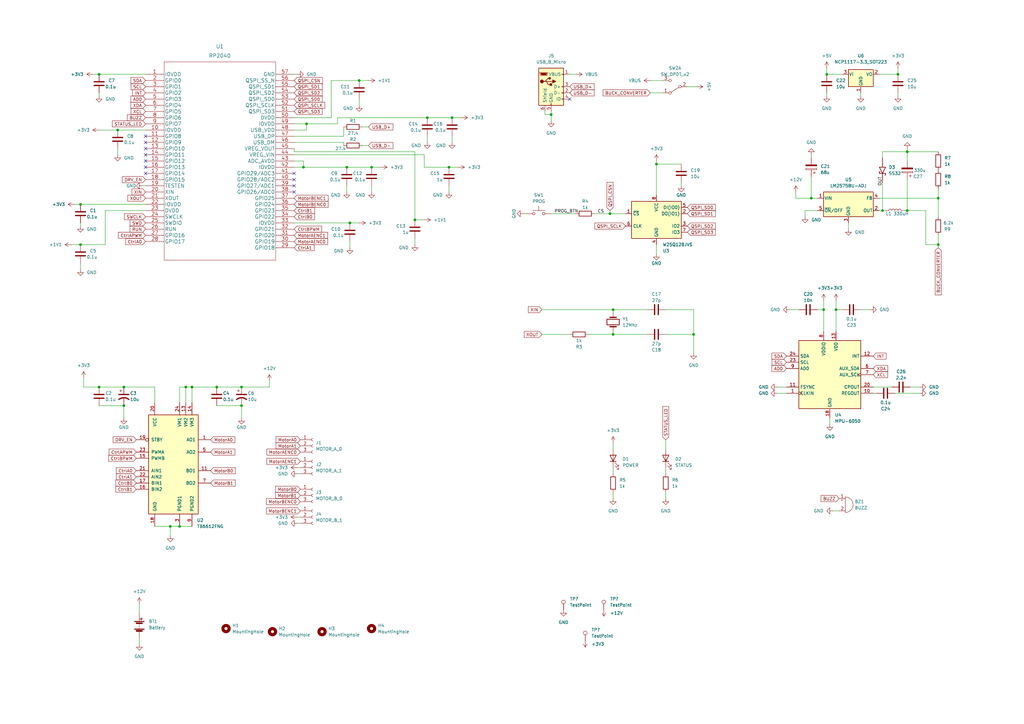
<source format=kicad_sch>
(kicad_sch (version 20211123) (generator eeschema)
  (paper "A3")
  (junction (at 337.82 127))
  (junction (at 88.9 158.75))
  (junction (at 368.3 30.48))
  (junction (at 40.64 158.75))
  (junction (at 284.48 137.16))
  (junction (at 33.02 100.33))
  (junction (at 184.15 68.58))
  (junction (at 76.2 158.75))
  (junction (at 152.4 68.58))
  (junction (at 40.64 30.48))
  (junction (at 361.95 86.36))
  (junction (at 99.06 158.75))
  (junction (at 251.46 127))
  (junction (at 142.24 68.58))
  (junction (at 69.85 215.9))
  (junction (at 372.11 86.36))
  (junction (at 125.73 50.8))
  (junction (at 269.24 67.31))
  (junction (at 124.46 68.58))
  (junction (at 78.74 158.75))
  (junction (at 147.32 33.02))
  (junction (at 33.02 83.82))
  (junction (at 372.11 62.23))
  (junction (at 342.9 127))
  (junction (at 384.81 81.28))
  (junction (at 170.18 90.17))
  (junction (at 226.06 46.99))
  (junction (at 48.26 53.34))
  (junction (at 251.46 137.16))
  (junction (at 185.42 48.26))
  (junction (at 250.19 87.63))
  (junction (at 143.51 91.44))
  (junction (at 175.26 48.26))
  (junction (at 332.74 81.28))
  (junction (at 50.8 158.75))
  (junction (at 339.09 30.48))
  (junction (at 73.66 215.9))
  (junction (at 50.8 166.37))
  (junction (at 99.06 166.37))
  (junction (at 384.81 100.33))
  (no_connect (at 233.68 40.64))
  (no_connect (at 59.69 66.04))
  (no_connect (at 59.69 68.58))
  (no_connect (at 59.69 71.12))
  (no_connect (at 120.65 73.66))
  (no_connect (at 120.65 78.74))
  (no_connect (at 120.65 76.2))
  (no_connect (at 120.65 71.12))
  (no_connect (at 59.69 63.5))
  (no_connect (at 59.69 60.96))
  (no_connect (at 59.69 55.88))
  (no_connect (at 59.69 58.42))
  (wire (pts (xy 99.06 166.37) (xy 99.06 171.45)))
  (wire (pts (xy 269.24 67.31) (xy 279.4 67.31)))
  (wire (pts (xy 43.18 100.33) (xy 33.02 100.33)))
  (wire (pts (xy 189.23 48.26) (xy 185.42 48.26)))
  (wire (pts (xy 170.18 97.79) (xy 170.18 100.33)))
  (wire (pts (xy 251.46 191.77) (xy 251.46 194.31)))
  (wire (pts (xy 223.52 45.72) (xy 223.52 46.99)))
  (wire (pts (xy 78.74 158.75) (xy 76.2 158.75)))
  (wire (pts (xy 120.65 91.44) (xy 143.51 91.44)))
  (wire (pts (xy 110.49 156.21) (xy 110.49 158.75)))
  (wire (pts (xy 34.29 154.94) (xy 34.29 158.75)))
  (wire (pts (xy 148.59 59.69) (xy 151.13 59.69)))
  (wire (pts (xy 361.95 74.93) (xy 361.95 86.36)))
  (wire (pts (xy 135.89 48.26) (xy 135.89 33.02)))
  (wire (pts (xy 318.77 161.29) (xy 322.58 161.29)))
  (wire (pts (xy 73.66 165.1) (xy 73.66 158.75)))
  (wire (pts (xy 367.03 161.29) (xy 377.19 161.29)))
  (wire (pts (xy 368.3 38.1) (xy 368.3 39.37)))
  (wire (pts (xy 342.9 127) (xy 345.44 127)))
  (wire (pts (xy 266.7 33.02) (xy 271.78 33.02)))
  (wire (pts (xy 120.65 66.04) (xy 124.46 66.04)))
  (wire (pts (xy 339.09 30.48) (xy 345.44 30.48)))
  (wire (pts (xy 48.26 53.34) (xy 59.69 53.34)))
  (wire (pts (xy 143.51 99.06) (xy 143.51 101.6)))
  (wire (pts (xy 135.89 33.02) (xy 147.32 33.02)))
  (wire (pts (xy 251.46 127) (xy 251.46 128.27)))
  (wire (pts (xy 337.82 127) (xy 337.82 135.89)))
  (wire (pts (xy 48.26 60.96) (xy 48.26 63.5)))
  (wire (pts (xy 384.81 101.6) (xy 384.81 100.33)))
  (wire (pts (xy 121.92 194.31) (xy 123.19 194.31)))
  (wire (pts (xy 326.39 78.74) (xy 326.39 81.28)))
  (wire (pts (xy 273.05 127) (xy 284.48 127)))
  (wire (pts (xy 58.42 76.2) (xy 59.69 76.2)))
  (wire (pts (xy 281.94 35.56) (xy 285.75 35.56)))
  (wire (pts (xy 360.68 81.28) (xy 384.81 81.28)))
  (wire (pts (xy 361.95 86.36) (xy 363.22 86.36)))
  (wire (pts (xy 226.06 87.63) (xy 236.22 87.63)))
  (wire (pts (xy 120.65 62.23) (xy 120.65 60.96)))
  (wire (pts (xy 273.05 137.16) (xy 284.48 137.16)))
  (wire (pts (xy 347.98 91.44) (xy 347.98 93.98)))
  (wire (pts (xy 330.2 88.9) (xy 330.2 86.36)))
  (wire (pts (xy 110.49 158.75) (xy 99.06 158.75)))
  (wire (pts (xy 40.64 30.48) (xy 38.1 30.48)))
  (wire (pts (xy 226.06 45.72) (xy 226.06 46.99)))
  (wire (pts (xy 40.64 166.37) (xy 50.8 166.37)))
  (wire (pts (xy 361.95 64.77) (xy 361.95 62.23)))
  (wire (pts (xy 223.52 46.99) (xy 226.06 46.99)))
  (wire (pts (xy 318.77 158.75) (xy 322.58 158.75)))
  (wire (pts (xy 140.97 55.88) (xy 140.97 52.07)))
  (wire (pts (xy 173.99 90.17) (xy 170.18 90.17)))
  (wire (pts (xy 73.66 215.9) (xy 78.74 215.9)))
  (wire (pts (xy 40.64 53.34) (xy 48.26 53.34)))
  (wire (pts (xy 372.11 86.36) (xy 379.73 86.36)))
  (wire (pts (xy 33.02 107.95) (xy 33.02 110.49)))
  (wire (pts (xy 40.64 158.75) (xy 50.8 158.75)))
  (wire (pts (xy 33.02 83.82) (xy 59.69 83.82)))
  (wire (pts (xy 372.11 60.96) (xy 372.11 62.23)))
  (wire (pts (xy 332.74 81.28) (xy 335.28 81.28)))
  (wire (pts (xy 326.39 81.28) (xy 332.74 81.28)))
  (wire (pts (xy 142.24 76.2) (xy 142.24 78.74)))
  (wire (pts (xy 120.65 30.48) (xy 121.92 30.48)))
  (wire (pts (xy 76.2 158.75) (xy 76.2 165.1)))
  (wire (pts (xy 372.11 62.23) (xy 372.11 66.04)))
  (wire (pts (xy 332.74 72.39) (xy 332.74 81.28)))
  (wire (pts (xy 226.06 46.99) (xy 226.06 49.53)))
  (wire (pts (xy 69.85 215.9) (xy 69.85 219.71)))
  (wire (pts (xy 370.84 86.36) (xy 372.11 86.36)))
  (wire (pts (xy 358.14 161.29) (xy 359.41 161.29)))
  (wire (pts (xy 353.06 38.1) (xy 353.06 39.37)))
  (wire (pts (xy 120.65 55.88) (xy 140.97 55.88)))
  (wire (pts (xy 342.9 123.19) (xy 342.9 127)))
  (wire (pts (xy 384.81 96.52) (xy 384.81 100.33)))
  (wire (pts (xy 339.09 38.1) (xy 339.09 39.37)))
  (wire (pts (xy 120.65 63.5) (xy 173.99 63.5)))
  (wire (pts (xy 384.81 77.47) (xy 384.81 81.28)))
  (wire (pts (xy 332.74 63.5) (xy 332.74 64.77)))
  (wire (pts (xy 360.68 30.48) (xy 368.3 30.48)))
  (wire (pts (xy 339.09 27.94) (xy 339.09 30.48)))
  (wire (pts (xy 330.2 86.36) (xy 335.28 86.36)))
  (wire (pts (xy 384.81 81.28) (xy 384.81 88.9)))
  (wire (pts (xy 279.4 76.2) (xy 279.4 74.93)))
  (wire (pts (xy 63.5 158.75) (xy 50.8 158.75)))
  (wire (pts (xy 156.21 68.58) (xy 152.4 68.58)))
  (wire (pts (xy 30.48 83.82) (xy 33.02 83.82)))
  (wire (pts (xy 147.32 91.44) (xy 143.51 91.44)))
  (wire (pts (xy 29.21 100.33) (xy 33.02 100.33)))
  (wire (pts (xy 243.84 87.63) (xy 250.19 87.63)))
  (wire (pts (xy 284.48 137.16) (xy 284.48 144.78)))
  (wire (pts (xy 73.66 158.75) (xy 76.2 158.75)))
  (wire (pts (xy 173.99 68.58) (xy 173.99 63.5)))
  (wire (pts (xy 140.97 58.42) (xy 140.97 59.69)))
  (wire (pts (xy 236.22 30.48) (xy 233.68 30.48)))
  (wire (pts (xy 124.46 66.04) (xy 124.46 68.58)))
  (wire (pts (xy 170.18 62.23) (xy 170.18 90.17)))
  (wire (pts (xy 384.81 100.33) (xy 379.73 100.33)))
  (wire (pts (xy 222.25 137.16) (xy 233.68 137.16)))
  (wire (pts (xy 34.29 158.75) (xy 40.64 158.75)))
  (wire (pts (xy 185.42 55.88) (xy 185.42 58.42)))
  (wire (pts (xy 273.05 180.34) (xy 273.05 184.15)))
  (wire (pts (xy 368.3 30.48) (xy 368.3 27.94)))
  (wire (pts (xy 379.73 100.33) (xy 379.73 86.36)))
  (wire (pts (xy 361.95 62.23) (xy 372.11 62.23)))
  (wire (pts (xy 251.46 201.93) (xy 251.46 204.47)))
  (wire (pts (xy 125.73 53.34) (xy 125.73 50.8)))
  (wire (pts (xy 57.15 247.65) (xy 57.15 251.46)))
  (wire (pts (xy 173.99 68.58) (xy 184.15 68.58)))
  (wire (pts (xy 222.25 127) (xy 251.46 127)))
  (wire (pts (xy 266.7 38.1) (xy 271.78 38.1)))
  (wire (pts (xy 120.65 58.42) (xy 140.97 58.42)))
  (wire (pts (xy 269.24 67.31) (xy 269.24 80.01)))
  (wire (pts (xy 184.15 76.2) (xy 184.15 78.74)))
  (wire (pts (xy 50.8 166.37) (xy 50.8 171.45)))
  (wire (pts (xy 335.28 127) (xy 337.82 127)))
  (wire (pts (xy 269.24 100.33) (xy 269.24 104.14)))
  (wire (pts (xy 273.05 201.93) (xy 273.05 204.47)))
  (wire (pts (xy 251.46 137.16) (xy 265.43 137.16)))
  (wire (pts (xy 120.65 50.8) (xy 125.73 50.8)))
  (wire (pts (xy 88.9 158.75) (xy 99.06 158.75)))
  (wire (pts (xy 120.65 53.34) (xy 125.73 53.34)))
  (wire (pts (xy 152.4 76.2) (xy 152.4 78.74)))
  (wire (pts (xy 373.38 158.75) (xy 377.19 158.75)))
  (wire (pts (xy 284.48 127) (xy 284.48 137.16)))
  (wire (pts (xy 120.65 68.58) (xy 124.46 68.58)))
  (wire (pts (xy 121.92 214.63) (xy 123.19 214.63)))
  (wire (pts (xy 251.46 137.16) (xy 251.46 135.89)))
  (wire (pts (xy 372.11 62.23) (xy 384.81 62.23)))
  (wire (pts (xy 121.92 212.09) (xy 123.19 212.09)))
  (wire (pts (xy 175.26 48.26) (xy 185.42 48.26)))
  (wire (pts (xy 360.68 86.36) (xy 361.95 86.36)))
  (wire (pts (xy 323.85 127) (xy 327.66 127)))
  (wire (pts (xy 124.46 68.58) (xy 142.24 68.58)))
  (wire (pts (xy 250.19 87.63) (xy 256.54 87.63)))
  (wire (pts (xy 147.32 40.64) (xy 147.32 43.18)))
  (wire (pts (xy 63.5 215.9) (xy 69.85 215.9)))
  (wire (pts (xy 63.5 165.1) (xy 63.5 158.75)))
  (wire (pts (xy 40.64 30.48) (xy 59.69 30.48)))
  (wire (pts (xy 251.46 181.61) (xy 251.46 184.15)))
  (wire (pts (xy 59.69 86.36) (xy 43.18 86.36)))
  (wire (pts (xy 341.63 209.55) (xy 344.17 209.55)))
  (wire (pts (xy 120.65 62.23) (xy 170.18 62.23)))
  (wire (pts (xy 241.3 137.16) (xy 251.46 137.16)))
  (wire (pts (xy 138.43 50.8) (xy 138.43 48.26)))
  (wire (pts (xy 88.9 166.37) (xy 99.06 166.37)))
  (wire (pts (xy 121.92 191.77) (xy 123.19 191.77)))
  (wire (pts (xy 78.74 165.1) (xy 78.74 158.75)))
  (wire (pts (xy 125.73 50.8) (xy 138.43 50.8)))
  (wire (pts (xy 251.46 127) (xy 265.43 127)))
  (wire (pts (xy 214.63 87.63) (xy 215.9 87.63)))
  (wire (pts (xy 250.19 86.36) (xy 250.19 87.63)))
  (wire (pts (xy 148.59 52.07) (xy 151.13 52.07)))
  (wire (pts (xy 340.36 171.45) (xy 340.36 173.99)))
  (wire (pts (xy 120.65 48.26) (xy 135.89 48.26)))
  (wire (pts (xy 273.05 191.77) (xy 273.05 194.31)))
  (wire (pts (xy 57.15 261.62) (xy 57.15 264.16)))
  (wire (pts (xy 358.14 158.75) (xy 365.76 158.75)))
  (wire (pts (xy 138.43 48.26) (xy 175.26 48.26)))
  (wire (pts (xy 342.9 127) (xy 342.9 135.89)))
  (wire (pts (xy 175.26 55.88) (xy 175.26 58.42)))
  (wire (pts (xy 353.06 127) (xy 356.87 127)))
  (wire (pts (xy 33.02 91.44) (xy 33.02 92.71)))
  (wire (pts (xy 372.11 86.36) (xy 372.11 73.66)))
  (wire (pts (xy 78.74 158.75) (xy 88.9 158.75)))
  (wire (pts (xy 187.96 68.58) (xy 184.15 68.58)))
  (wire (pts (xy 337.82 127) (xy 337.82 123.19)))
  (wire (pts (xy 43.18 86.36) (xy 43.18 100.33)))
  (wire (pts (xy 40.64 38.1) (xy 40.64 39.37)))
  (wire (pts (xy 69.85 215.9) (xy 73.66 215.9)))
  (wire (pts (xy 269.24 66.04) (xy 269.24 67.31)))
  (wire (pts (xy 151.13 33.02) (xy 147.32 33.02)))
  (wire (pts (xy 142.24 68.58) (xy 152.4 68.58)))
  (label "PROG_BTN" (at 227.33 87.63 0))
  (label "OUT" (at 361.95 76.2 90))
  (label "CS" (at 245.11 87.63 0))
  (global_label "BUZZ" (shape input) (at 344.17 204.47 180) (property "Intersheet References" "${INTERSHEET_REFS}" (effects hide)))
  (global_label "AD0" (shape input) (at 322.58 151.13 180) (property "Intersheet References" "${INTERSHEET_REFS}" (effects hide)))
  (global_label "CtrlAPWM" (shape input) (at 59.69 96.52 180) (property "Intersheet References" "${INTERSHEET_REFS}" (effects hide)))
  (global_label "SWCLK" (shape input) (at 59.69 88.9 180) (property "Intersheet References" "${INTERSHEET_REFS}" (effects hide)))
  (global_label "DRV_EN" (shape input) (at 59.69 73.66 180) (property "Intersheet References" "${INTERSHEET_REFS}" (effects hide)))
  (global_label "SDA" (shape input) (at 59.69 33.02 180) (property "Intersheet References" "${INTERSHEET_REFS}" (effects hide)))
  (global_label "XDA" (shape input) (at 59.69 43.18 180) (property "Intersheet References" "${INTERSHEET_REFS}" (effects hide)))
  (global_label "SDA" (shape input) (at 322.58 146.05 180) (property "Intersheet References" "${INTERSHEET_REFS}" (effects hide)))
  (global_label "BUCK_CONVERTER" (shape input) (at 266.7 38.1 180) (property "Intersheet References" "${INTERSHEET_REFS}" (effects hide)))
  (global_label "MotorAENC0" (shape input) (at 123.19 185.42 180) (property "Intersheet References" "${INTERSHEET_REFS}" (effects hide)))
  (global_label "USB_D+" (shape input) (at 233.68 35.56 0) (property "Intersheet References" "${INTERSHEET_REFS}" (effects hide)))
  (global_label "SWD" (shape input) (at 59.69 91.44 180) (property "Intersheet References" "${INTERSHEET_REFS}" (effects hide)))
  (global_label "MotorA0" (shape input) (at 123.19 180.34 180) (property "Intersheet References" "${INTERSHEET_REFS}" (effects hide)))
  (global_label "USB_D-" (shape input) (at 151.13 59.69 0) (property "Intersheet References" "${INTERSHEET_REFS}" (effects hide)))
  (global_label "QSPI_SD0" (shape input) (at 281.94 85.09 0) (property "Intersheet References" "${INTERSHEET_REFS}" (effects hide)))
  (global_label "CtrlB1" (shape input) (at 120.65 86.36 0) (property "Intersheet References" "${INTERSHEET_REFS}" (effects hide)))
  (global_label "QSPI_SD3" (shape input) (at 281.94 95.25 0) (property "Intersheet References" "${INTERSHEET_REFS}" (effects hide)))
  (global_label "DRV_EN" (shape input) (at 55.88 180.34 180) (property "Intersheet References" "${INTERSHEET_REFS}" (effects hide)))
  (global_label "AD0" (shape input) (at 59.69 40.64 180) (property "Intersheet References" "${INTERSHEET_REFS}" (effects hide)))
  (global_label "CtrlAPWM" (shape input) (at 55.88 185.42 180) (property "Intersheet References" "${INTERSHEET_REFS}" (effects hide)))
  (global_label "MotorA1" (shape input) (at 123.19 182.88 180) (property "Intersheet References" "${INTERSHEET_REFS}" (effects hide)))
  (global_label "MotorB0" (shape input) (at 86.36 193.04 0) (property "Intersheet References" "${INTERSHEET_REFS}" (effects hide)))
  (global_label "BUCK_CONVERTER" (shape input) (at 384.81 101.6 270) (property "Intersheet References" "${INTERSHEET_REFS}" (effects hide)))
  (global_label "USB_D-" (shape input) (at 233.68 38.1 0) (property "Intersheet References" "${INTERSHEET_REFS}" (effects hide)))
  (global_label "QSPI_SD1" (shape input) (at 281.94 87.63 0) (property "Intersheet References" "${INTERSHEET_REFS}" (effects hide)))
  (global_label "QSPI_CSN" (shape input) (at 250.19 86.36 90) (property "Intersheet References" "${INTERSHEET_REFS}" (effects hide)))
  (global_label "MotorBENC0" (shape input) (at 123.19 205.74 180) (property "Intersheet References" "${INTERSHEET_REFS}" (effects hide)))
  (global_label "MotorBENC1" (shape input) (at 120.65 81.28 0) (property "Intersheet References" "${INTERSHEET_REFS}" (effects hide)))
  (global_label "XDA" (shape input) (at 358.14 151.13 0) (property "Intersheet References" "${INTERSHEET_REFS}" (effects hide)))
  (global_label "XCL" (shape input) (at 59.69 45.72 180) (property "Intersheet References" "${INTERSHEET_REFS}" (effects hide)))
  (global_label "QSPI_SCLK" (shape input) (at 120.65 43.18 0) (property "Intersheet References" "${INTERSHEET_REFS}" (effects hide)))
  (global_label "MotorA0" (shape input) (at 86.36 180.34 0) (property "Intersheet References" "${INTERSHEET_REFS}" (effects hide)))
  (global_label "CtrlBPWM" (shape input) (at 55.88 187.96 180) (property "Intersheet References" "${INTERSHEET_REFS}" (effects hide)))
  (global_label "STATUS_LED" (shape input) (at 59.69 50.8 180) (property "Intersheet References" "${INTERSHEET_REFS}" (effects hide)))
  (global_label "STATUS_LED" (shape input) (at 273.05 180.34 90) (property "Intersheet References" "${INTERSHEET_REFS}" (effects hide)))
  (global_label "MotorBENC1" (shape input) (at 123.19 209.55 180) (property "Intersheet References" "${INTERSHEET_REFS}" (effects hide)))
  (global_label "QSPI_SD1" (shape input) (at 120.65 35.56 0) (property "Intersheet References" "${INTERSHEET_REFS}" (effects hide)))
  (global_label "SCL" (shape input) (at 59.69 35.56 180) (property "Intersheet References" "${INTERSHEET_REFS}" (effects hide)))
  (global_label "QSPI_SD0" (shape input) (at 120.65 40.64 0) (property "Intersheet References" "${INTERSHEET_REFS}" (effects hide)))
  (global_label "XIN" (shape input) (at 59.69 78.74 180) (property "Intersheet References" "${INTERSHEET_REFS}" (effects hide)))
  (global_label "MotorAENC1" (shape input) (at 123.19 189.23 180) (property "Intersheet References" "${INTERSHEET_REFS}" (effects hide)))
  (global_label "XOUT" (shape input) (at 59.69 81.28 180) (property "Intersheet References" "${INTERSHEET_REFS}" (effects hide)))
  (global_label "MotorA1" (shape input) (at 86.36 185.42 0) (property "Intersheet References" "${INTERSHEET_REFS}" (effects hide)))
  (global_label "SCL" (shape input) (at 322.58 148.59 180) (property "Intersheet References" "${INTERSHEET_REFS}" (effects hide)))
  (global_label "INT" (shape input) (at 358.14 146.05 0) (property "Intersheet References" "${INTERSHEET_REFS}" (effects hide)))
  (global_label "BUZZ" (shape input) (at 59.69 48.26 180) (property "Intersheet References" "${INTERSHEET_REFS}" (effects hide)))
  (global_label "MotorAENC0" (shape input) (at 120.65 99.06 0) (property "Intersheet References" "${INTERSHEET_REFS}" (effects hide)))
  (global_label "MotorBENC0" (shape input) (at 120.65 83.82 0) (property "Intersheet References" "${INTERSHEET_REFS}" (effects hide)))
  (global_label "MotorB0" (shape input) (at 123.19 200.66 180) (property "Intersheet References" "${INTERSHEET_REFS}" (effects hide)))
  (global_label "CtrlBPWM" (shape input) (at 120.65 93.98 0) (property "Intersheet References" "${INTERSHEET_REFS}" (effects hide)))
  (global_label "QSPI_SCLK" (shape input) (at 256.54 92.71 180) (property "Intersheet References" "${INTERSHEET_REFS}" (effects hide)))
  (global_label "CtrlB1" (shape input) (at 55.88 200.66 180) (property "Intersheet References" "${INTERSHEET_REFS}" (effects hide)))
  (global_label "XIN" (shape input) (at 222.25 127 180) (property "Intersheet References" "${INTERSHEET_REFS}" (effects hide)))
  (global_label "USB_D+" (shape input) (at 151.13 52.07 0) (property "Intersheet References" "${INTERSHEET_REFS}" (effects hide)))
  (global_label "QSPI_SD2" (shape input) (at 120.65 38.1 0) (property "Intersheet References" "${INTERSHEET_REFS}" (effects hide)))
  (global_label "INT" (shape input) (at 59.69 38.1 180) (property "Intersheet References" "${INTERSHEET_REFS}" (effects hide)))
  (global_label "CtrlB0" (shape input) (at 55.88 198.12 180) (property "Intersheet References" "${INTERSHEET_REFS}" (effects hide)))
  (global_label "MotorB1" (shape input) (at 86.36 198.12 0) (property "Intersheet References" "${INTERSHEET_REFS}" (effects hide)))
  (global_label "CtrlB0" (shape input) (at 120.65 88.9 0) (property "Intersheet References" "${INTERSHEET_REFS}" (effects hide)))
  (global_label "CtrlA1" (shape input) (at 55.88 195.58 180) (property "Intersheet References" "${INTERSHEET_REFS}" (effects hide)))
  (global_label "CtrlA0" (shape input) (at 59.69 99.06 180) (property "Intersheet References" "${INTERSHEET_REFS}" (effects hide)))
  (global_label "RUN" (shape input) (at 59.69 93.98 180) (property "Intersheet References" "${INTERSHEET_REFS}" (effects hide)))
  (global_label "MotorB1" (shape input) (at 123.19 203.2 180) (property "Intersheet References" "${INTERSHEET_REFS}" (effects hide)))
  (global_label "XOUT" (shape input) (at 222.25 137.16 180) (property "Intersheet References" "${INTERSHEET_REFS}" (effects hide)))
  (global_label "QSPI_CSN" (shape input) (at 120.65 33.02 0) (property "Intersheet References" "${INTERSHEET_REFS}" (effects hide)))
  (global_label "QSPI_SD3" (shape input) (at 120.65 45.72 0) (property "Intersheet References" "${INTERSHEET_REFS}" (effects hide)))
  (global_label "XCL" (shape input) (at 358.14 153.67 0) (property "Intersheet References" "${INTERSHEET_REFS}" (effects hide)))
  (global_label "MotorAENC1" (shape input) (at 120.65 96.52 0) (property "Intersheet References" "${INTERSHEET_REFS}" (effects hide)))
  (global_label "CtrlA0" (shape input) (at 55.88 193.04 180) (property "Intersheet References" "${INTERSHEET_REFS}" (effects hide)))
  (global_label "QSPI_SD2" (shape input) (at 281.94 92.71 0) (property "Intersheet References" "${INTERSHEET_REFS}" (effects hide)))
  (global_label "CtrlA1" (shape input) (at 120.65 101.6 0) (property "Intersheet References" "${INTERSHEET_REFS}" (effects hide)))
  (symbol (lib_id "Device:C") (at 185.42 52.07 0) (mirror x) (unit 1)
    (property "Reference" "C16" (at 181.61 50.8 0) (effects (justify right)))
    (property "Value" "0.1u" (at 182.88 53.34 0) (effects (justify right)))
    (property "Footprint" "Capacitor_SMD:C_1206_3216Metric" (effects hide))
  )
  (symbol (lib_id "Device:C") (at 363.22 161.29 270) (unit 1)
    (property "Reference" "C24" (at 363.22 167.64 90))
    (property "Value" "0.1u" (at 363.22 165.1 90))
    (property "Footprint" "Capacitor_SMD:C_1206_3216Metric" (effects hide))
  )
  (symbol (lib_id "power:+3V3") (at 34.29 154.94 0) (unit 1)
    (property "Reference" "#PWR03" (effects hide))
    (property "Value" "+3V3" (at 34.29 149.86 0))
  )
  (symbol (lib_id "power:GND") (at 147.32 43.18 0) (mirror y) (unit 1)
    (property "Reference" "#PWR0105" (effects hide))
    (property "Value" "GND" (at 144.78 44.45 0) (effects (justify left)))
  )
  (symbol (lib_id "Device:LED") (at 273.05 187.96 90) (unit 1)
    (property "Reference" "D2" (at 276.86 188.2774 90) (effects (justify right)))
    (property "Value" "STATUS" (at 276.86 190.8174 90) (effects (justify right)))
    (property "Footprint" "LED_SMD:LED_1206_3216Metric" (effects hide))
  )
  (symbol (lib_id "Device:C") (at 33.02 104.14 180) (unit 1)
    (property "Reference" "C5" (at 36.83 102.87 0) (effects (justify right)))
    (property "Value" "0.1u" (at 35.56 105.41 0) (effects (justify right)))
    (property "Footprint" "Capacitor_SMD:C_1206_3216Metric" (effects hide))
  )
  (symbol (lib_id "power:+12V") (at 247.65 250.19 180) (unit 1)
    (property "Reference" "#PWR?" (effects hide))
    (property "Value" "+12V" (at 250.19 251.4599 0) (effects (justify right)))
  )
  (symbol (lib_id "power:GND") (at 330.2 88.9 0) (unit 1)
    (property "Reference" "#PWR038" (effects hide))
    (property "Value" "GND" (at 332.74 90.1699 0) (effects (justify left)))
  )
  (symbol (lib_id "power:GND") (at 57.15 264.16 0) (unit 1)
    (property "Reference" "#PWR06" (effects hide))
    (property "Value" "GND" (at 57.15 269.24 0))
  )
  (symbol (lib_id "power:+3.3V") (at 251.46 181.61 0) (unit 1)
    (property "Reference" "#PWR024" (effects hide))
    (property "Value" "+3.3V" (at 251.46 176.53 0))
  )
  (symbol (lib_id "power:GND") (at 279.4 76.2 0) (unit 1)
    (property "Reference" "#PWR031" (effects hide))
    (property "Value" "GND" (at 279.4 80.01 0))
  )
  (symbol (lib_id "Device:C") (at 269.24 127 90) (unit 1)
    (property "Reference" "C17" (at 269.24 120.65 90))
    (property "Value" "27p" (at 269.24 123.19 90))
    (property "Footprint" "Capacitor_SMD:C_1206_3216Metric" (effects hide))
  )
  (symbol (lib_id "power:GND") (at 58.42 76.2 270) (unit 1)
    (property "Reference" "#PWR0102" (effects hide))
    (property "Value" "GND" (at 55.88 76.1999 90) (effects (justify right)))
  )
  (symbol (lib_id "power:GND") (at 269.24 104.14 0) (unit 1)
    (property "Reference" "#PWR029" (effects hide))
    (property "Value" "GND" (at 269.24 107.95 0))
  )
  (symbol (lib_id "power:+3V3") (at 40.64 53.34 90) (unit 1)
    (property "Reference" "#PWR0125" (effects hide))
    (property "Value" "+3V3" (at 36.83 53.3399 90) (effects (justify left)))
  )
  (symbol (lib_id "Regulator_Linear:NCP1117-3.3_SOT223") (at 353.06 30.48 0) (unit 1)
    (property "Reference" "U6" (at 353.06 22.86 0))
    (property "Value" "NCP1117-3.3_SOT223" (at 353.06 25.4 0))
    (property "Footprint" "Package_TO_SOT_SMD:SOT-223-3_TabPin2" (effects hide))
    (property "Datasheet" "http://www.onsemi.com/pub_link/Collateral/NCP1117-D.PDF" (effects hide))
  )
  (symbol (lib_id "power:GND") (at 142.24 78.74 0) (mirror y) (unit 1)
    (property "Reference" "#PWR0117" (effects hide))
    (property "Value" "GND" (at 139.7 80.01 0) (effects (justify left)))
  )
  (symbol (lib_id "Device:C") (at 339.09 34.29 0) (unit 1)
    (property "Reference" "C22" (at 342.9 33.0199 0) (effects (justify left)))
    (property "Value" "10u" (at 342.9 35.5599 0) (effects (justify left)))
    (property "Footprint" "Capacitor_SMD:C_1206_3216Metric" (effects hide))
  )
  (symbol (lib_id "power:+3V3") (at 147.32 91.44 270) (mirror x) (unit 1)
    (property "Reference" "#PWR0116" (effects hide))
    (property "Value" "+3V3" (at 151.13 91.4399 90) (effects (justify left)))
  )
  (symbol (lib_id "power:GND") (at 273.05 204.47 0) (unit 1)
    (property "Reference" "#PWR030" (effects hide))
    (property "Value" "GND" (at 273.05 209.55 0))
  )
  (symbol (lib_id "power:GND") (at 368.3 39.37 0) (unit 1)
    (property "Reference" "#PWR050" (effects hide))
    (property "Value" "GND" (at 368.3 44.45 0))
  )
  (symbol (lib_id "Device:R") (at 273.05 198.12 0) (unit 1)
    (property "Reference" "R6" (at 275.59 196.8499 0) (effects (justify left)))
    (property "Value" "1k" (at 275.59 199.3899 0) (effects (justify left)))
    (property "Footprint" "Resistor_SMD:R_1206_3216Metric" (effects hide))
  )
  (symbol (lib_id "Switch:SW_Push") (at 220.98 87.63 0) (unit 1)
    (property "Reference" "SW1" (at 220.98 80.01 0))
    (property "Value" "PROG" (at 220.98 82.55 0))
    (property "Footprint" "Button_Switch_SMD:Button_SWITCH_6.1x3.7" (effects hide))
  )
  (symbol (lib_id "power:GND") (at 69.85 219.71 0) (unit 1)
    (property "Reference" "#PWR07" (effects hide))
    (property "Value" "GND" (at 69.85 224.79 0))
  )
  (symbol (lib_id "power:+3V3") (at 30.48 83.82 90) (unit 1)
    (property "Reference" "#PWR0124" (effects hide))
    (property "Value" "+3V3" (at 26.67 83.8199 90) (effects (justify left)))
  )
  (symbol (lib_id "Device:C") (at 269.24 137.16 90) (unit 1)
    (property "Reference" "C18" (at 269.24 143.51 90))
    (property "Value" "27p" (at 269.24 140.97 90))
    (property "Footprint" "Capacitor_SMD:C_1206_3216Metric" (effects hide))
  )
  (symbol (lib_id "power:GND") (at 33.02 110.49 0) (unit 1)
    (property "Reference" "#PWR0121" (effects hide))
    (property "Value" "GND" (at 35.56 111.76 0) (effects (justify left)))
  )
  (symbol (lib_id "power:GND") (at 33.02 92.71 0) (unit 1)
    (property "Reference" "#PWR0122" (effects hide))
    (property "Value" "GND" (at 35.56 93.98 0) (effects (justify left)))
  )
  (symbol (lib_id "power:+5V") (at 339.09 27.94 0) (unit 1)
    (property "Reference" "#PWR041" (effects hide))
    (property "Value" "+5V" (at 339.09 22.86 0))
  )
  (symbol (lib_id "Device:C") (at 143.51 95.25 0) (mirror x) (unit 1)
    (property "Reference" "C10" (at 139.7 93.98 0) (effects (justify right)))
    (property "Value" "0.1u" (at 140.97 96.52 0) (effects (justify right)))
    (property "Footprint" "Capacitor_SMD:C_1206_3216Metric" (effects hide))
  )
  (symbol (lib_id "Device:R") (at 384.81 66.04 180) (unit 1)
    (property "Reference" "R7" (at 387.35 64.7699 0) (effects (justify right)))
    (property "Value" "1k" (at 387.35 67.3099 0) (effects (justify right)))
    (property "Footprint" "Resistor_SMD:R_1206_3216Metric" (effects hide))
  )
  (symbol (lib_id "Device:LED") (at 251.46 187.96 90) (unit 1)
    (property "Reference" "D1" (at 255.27 188.2774 90) (effects (justify right)))
    (property "Value" "POWER" (at 255.27 190.8174 90) (effects (justify right)))
    (property "Footprint" "LED_SMD:LED_1206_3216Metric" (effects hide))
  )
  (symbol (lib_id "power:GND") (at 377.19 158.75 90) (unit 1)
    (property "Reference" "#PWR052" (effects hide))
    (property "Value" "GND" (at 381 158.7499 90) (effects (justify right)))
  )
  (symbol (lib_id "power:GND") (at 372.11 60.96 180) (unit 1)
    (property "Reference" "#PWR051" (effects hide))
    (property "Value" "GND" (at 372.11 55.88 0))
  )
  (symbol (lib_id "power:GND") (at 377.19 161.29 90) (unit 1)
    (property "Reference" "#PWR053" (effects hide))
    (property "Value" "GND" (at 381 161.2899 90) (effects (justify right)))
  )
  (symbol (lib_id "power:+5V") (at 285.75 35.56 270) (unit 1)
    (property "Reference" "#PWR033" (effects hide))
    (property "Value" "+5V" (at 290.83 35.56 0))
  )
  (symbol (lib_id "power:GND") (at 143.51 101.6 0) (mirror y) (unit 1)
    (property "Reference" "#PWR0115" (effects hide))
    (property "Value" "GND" (at 140.97 102.87 0) (effects (justify left)))
  )
  (symbol (lib_id "Connector:Conn_01x03_Female") (at 128.27 212.09 0) (unit 1)
    (property "Reference" "J4" (at 129.54 210.8199 0) (effects (justify left)))
    (property "Value" "MOTOR_B_1" (at 129.54 213.3599 0) (effects (justify left)))
    (property "Footprint" "Connector_JST:JST_XH_B3B-XH-A_1x03_P2.50mm_Vertical" (effects hide))
  )
  (symbol (lib_id "Device:R") (at 240.03 87.63 90) (unit 1)
    (property "Reference" "R4" (at 240.03 82.55 90))
    (property "Value" "1k" (at 240.03 85.09 90))
    (property "Footprint" "Resistor_SMD:R_1206_3216Metric" (effects hide))
  )
  (symbol (lib_id "power:+1V1") (at 151.13 33.02 270) (unit 1)
    (property "Reference" "#PWR0104" (effects hide))
    (property "Value" "+1V1" (at 154.94 33.0199 90) (effects (justify left)))
  )
  (symbol (lib_id "power:GND") (at 251.46 204.47 0) (unit 1)
    (property "Reference" "#PWR025" (effects hide))
    (property "Value" "GND" (at 251.46 209.55 0))
  )
  (symbol (lib_id "Device:R") (at 251.46 198.12 0) (unit 1)
    (property "Reference" "R5" (at 254 196.8499 0) (effects (justify left)))
    (property "Value" "1k" (at 254 199.3899 0) (effects (justify left)))
    (property "Footprint" "Resistor_SMD:R_1206_3216Metric" (effects hide))
  )
  (symbol (lib_id "Device:C_Polarized") (at 332.74 68.58 180) (unit 1)
    (property "Reference" "C21" (at 336.55 68.1989 0) (effects (justify right)))
    (property "Value" "68u" (at 336.55 70.7389 0) (effects (justify right)))
    (property "Footprint" "Capacitor_SMD:C_Elec_6.3x5.4" (effects hide))
  )
  (symbol (lib_name "RP2040_1") (lib_id "RP2040:RP2040") (at 59.69 30.48 0) (unit 1)
    (property "Reference" "U1" (at 90.17 19.05 0) (effects (font (size 1.524 1.524))))
    (property "Value" "RP2040" (at 90.17 22.86 0) (effects (font (size 1.524 1.524))))
    (property "Footprint" "Package_DFN_QFN:QFN-56_EP_7.75x7.75_Pitch0.4mm" (effects hide))
  )
  (symbol (lib_id "Device:R") (at 237.49 137.16 270) (mirror x) (unit 1)
    (property "Reference" "R3" (at 237.49 142.24 90))
    (property "Value" "1k" (at 237.49 139.7 90))
    (property "Footprint" "Resistor_SMD:R_1206_3216Metric" (effects hide))
  )
  (symbol (lib_id "power:GND") (at 121.92 214.63 270) (unit 1)
    (property "Reference" "#PWR017" (effects hide))
    (property "Value" "GND" (at 118.11 214.6299 90) (effects (justify right)))
  )
  (symbol (lib_id "Device:R") (at 384.81 92.71 180) (unit 1)
    (property "Reference" "R9" (at 389.89 93.98 0) (effects (justify left)))
    (property "Value" "6.2k" (at 391.16 91.44 0) (effects (justify left)))
    (property "Footprint" "Resistor_SMD:R_1206_3216Metric" (effects hide))
  )
  (symbol (lib_id "Device:C") (at 331.47 127 90) (unit 1)
    (property "Reference" "C20" (at 331.47 120.65 90))
    (property "Value" "10n" (at 331.47 123.19 90))
    (property "Footprint" "Capacitor_SMD:C_1206_3216Metric" (effects hide))
  )
  (symbol (lib_id "Device:C") (at 170.18 93.98 0) (mirror x) (unit 1)
    (property "Reference" "C13" (at 166.37 92.71 0) (effects (justify right)))
    (property "Value" "1u" (at 167.64 95.25 0) (effects (justify right)))
    (property "Footprint" "Capacitor_SMD:C_1206_3216Metric" (effects hide))
  )
  (symbol (lib_id "power:GND") (at 318.77 161.29 270) (unit 1)
    (property "Reference" "#PWR035" (effects hide))
    (property "Value" "GND" (at 311.15 161.29 90) (effects (justify left)))
  )
  (symbol (lib_id "Device:L") (at 367.03 86.36 90) (unit 1)
    (property "Reference" "L1" (at 364.49 87.63 90))
    (property "Value" "330uH" (at 369.57 87.63 90))
    (property "Footprint" "Inductor_SMD:L_6.3x6.3_H3" (effects hide))
  )
  (symbol (lib_id "Device:R") (at 144.78 52.07 90) (unit 1)
    (property "Reference" "R1" (at 144.78 49.53 90))
    (property "Value" "27.4" (at 144.78 54.61 90))
    (property "Footprint" "Resistor_SMD:R_1206_3216Metric" (effects hide))
  )
  (symbol (lib_id "Mechanical:MountingHole") (at 111.76 259.08 0) (unit 1)
    (property "Reference" "H2" (at 114.3 257.8099 0) (effects (justify left)))
    (property "Value" "MountingHole" (at 114.3 260.3499 0) (effects (justify left)))
    (property "Footprint" "MountingHole:MountingHole_2.2mm_M2" (effects hide))
  )
  (symbol (lib_id "power:GND") (at 50.8 171.45 0) (unit 1)
    (property "Reference" "#PWR04" (effects hide))
    (property "Value" "GND" (at 50.8 175.26 0))
  )
  (symbol (lib_id "Device:Crystal") (at 251.46 132.08 270) (unit 1)
    (property "Reference" "Y1" (at 255.27 130.8099 90) (effects (justify left)))
    (property "Value" "12Mhz" (at 255.27 133.3499 90) (effects (justify left)))
    (property "Footprint" "Crystal:Crystal_SMD_5032-4Pin_5.0x3.2mm" (effects hide))
  )
  (symbol (lib_id "power:GND") (at 332.74 63.5 180) (unit 1)
    (property "Reference" "#PWR039" (effects hide))
    (property "Value" "GND" (at 332.74 58.42 0))
  )
  (symbol (lib_id "power:GND") (at 99.06 171.45 0) (unit 1)
    (property "Reference" "#PWR011" (effects hide))
    (property "Value" "GND" (at 99.06 175.26 0))
  )
  (symbol (lib_id "power:+3.3V") (at 121.92 191.77 90) (unit 1)
    (property "Reference" "#PWR014" (effects hide))
    (property "Value" "+3.3V" (at 118.11 191.7699 90) (effects (justify left)))
  )
  (symbol (lib_id "power:GND") (at 226.06 49.53 0) (unit 1)
    (property "Reference" "#PWR022" (effects hide))
    (property "Value" "GND" (at 226.06 54.61 0))
  )
  (symbol (lib_id "power:+3V3") (at 337.82 123.19 0) (unit 1)
    (property "Reference" "#PWR040" (effects hide))
    (property "Value" "+3V3" (at 337.82 118.11 0))
  )
  (symbol (lib_id "Device:C") (at 368.3 34.29 0) (unit 1)
    (property "Reference" "C25" (at 372.11 33.0199 0) (effects (justify left)))
    (property "Value" "10u" (at 372.11 35.5599 0) (effects (justify left)))
    (property "Footprint" "Capacitor_SMD:C_1206_3216Metric" (effects hide))
  )
  (symbol (lib_id "Device:C") (at 369.57 158.75 90) (unit 1)
    (property "Reference" "C26" (at 369.57 152.4 90))
    (property "Value" "2.2n" (at 369.57 154.94 90))
    (property "Footprint" "Capacitor_SMD:C_1206_3216Metric" (effects hide))
  )
  (symbol (lib_id "power:+3V3") (at 38.1 30.48 90) (unit 1)
    (property "Reference" "#PWR0120" (effects hide))
    (property "Value" "+3V3" (at 34.29 30.4799 90) (effects (justify left)))
  )
  (symbol (lib_id "Mechanical:MountingHole") (at 132.08 259.08 0) (unit 1)
    (property "Reference" "H3" (at 134.62 257.8099 0) (effects (justify left)))
    (property "Value" "MountingHole" (at 134.62 260.3499 0) (effects (justify left)))
    (property "Footprint" "MountingHole:MountingHole_2.2mm_M2" (effects hide))
  )
  (symbol (lib_id "power:+3V3") (at 189.23 48.26 270) (mirror x) (unit 1)
    (property "Reference" "#PWR0108" (effects hide))
    (property "Value" "+3V3" (at 193.04 48.2599 90) (effects (justify left)))
  )
  (symbol (lib_id "SS320F-AT:SS32") (at 361.95 69.85 270) (unit 1)
    (property "Reference" "D3" (at 364.49 68.5799 90) (effects (justify left)))
    (property "Value" "SS32" (at 364.49 71.1199 90) (effects (justify left)))
    (property "Footprint" "Diode_SMD:D_SMA" (effects hide))
    (property "MANUFACTURER" "Taiwan Semiconductor" (effects hide))
    (property "STANDARD" "IPC-7351B" (effects hide))
    (property "MAXIMUM_PACKAGE_HEIGHT" "2.62 mm" (effects hide))
    (property "PARTREV" "Q2102" (effects hide))
  )
  (symbol (lib_id "power:+12V") (at 326.39 78.74 0) (unit 1)
    (property "Reference" "#PWR0101" (effects hide))
    (property "Value" "+12V" (at 326.39 73.66 0))
  )
  (symbol (lib_id "power:+3V3") (at 269.24 66.04 0) (unit 1)
    (property "Reference" "#PWR028" (effects hide))
    (property "Value" "+3V3" (at 269.24 60.96 0))
  )
  (symbol (lib_id "Device:Battery") (at 57.15 256.54 0) (unit 1)
    (property "Reference" "BT1" (at 60.96 254.8889 0) (effects (justify left)))
    (property "Value" "Battery" (at 60.96 257.4289 0) (effects (justify left)))
    (property "Footprint" "Connector_JST:JST_XH_B2B-XH-A_1x02_P2.50mm_Vertical" (effects hide))
  )
  (symbol (lib_id "power:GND") (at 184.15 78.74 0) (mirror y) (unit 1)
    (property "Reference" "#PWR0114" (effects hide))
    (property "Value" "GND" (at 181.61 80.01 0) (effects (justify left)))
  )
  (symbol (lib_id "power:VBUS") (at 266.7 33.02 90) (unit 1)
    (property "Reference" "#PWR026" (effects hide))
    (property "Value" "VBUS" (at 257.81 33.02 90) (effects (justify right)))
  )
  (symbol (lib_id "Connector:Conn_01x03_Female") (at 128.27 203.2 0) (unit 1)
    (property "Reference" "J3" (at 129.54 201.9299 0) (effects (justify left)))
    (property "Value" "MOTOR_B_0" (at 129.54 204.4699 0) (effects (justify left)))
    (property "Footprint" "Connector_JST:JST_XH_B3B-XH-A_1x03_P2.50mm_Vertical" (effects hide))
  )
  (symbol (lib_id "Device:C") (at 48.26 57.15 180) (unit 1)
    (property "Reference" "C8" (at 52.07 55.88 0) (effects (justify right)))
    (property "Value" "0.1u" (at 50.8 58.42 0) (effects (justify right)))
    (property "Footprint" "Capacitor_SMD:C_1206_3216Metric" (effects hide))
  )
  (symbol (lib_id "Connector:TestPoint") (at 231.14 250.19 0) (unit 1)
    (property "Reference" "TP?" (at 233.68 245.6179 0) (effects (justify left)))
    (property "Value" "TestPoint" (at 233.68 248.1579 0) (effects (justify left)))
  )
  (symbol (lib_id "power:GND") (at 347.98 93.98 0) (unit 1)
    (property "Reference" "#PWR046" (effects hide))
    (property "Value" "GND" (at 350.52 95.2499 0) (effects (justify left)))
  )
  (symbol (lib_id "power:GND") (at 48.26 63.5 0) (unit 1)
    (property "Reference" "#PWR0118" (effects hide))
    (property "Value" "GND" (at 50.8 64.77 0) (effects (justify left)))
  )
  (symbol (lib_id "power:GND") (at 339.09 39.37 0) (unit 1)
    (property "Reference" "#PWR042" (effects hide))
    (property "Value" "GND" (at 339.09 44.45 0))
  )
  (symbol (lib_id "Device:C_Polarized_US") (at 99.06 162.56 0) (unit 1)
    (property "Reference" "C6" (at 101.6 161.29 0) (effects (justify left)))
    (property "Value" "10u" (at 101.6 163.83 0) (effects (justify left)))
    (property "Footprint" "Capacitor_SMD:CP_Elec_4x5.4" (effects hide))
  )
  (symbol (lib_id "Device:C") (at 147.32 36.83 0) (mirror x) (unit 1)
    (property "Reference" "C11" (at 143.51 35.56 0) (effects (justify right)))
    (property "Value" "0.1u" (at 144.78 38.1 0) (effects (justify right)))
    (property "Footprint" "Capacitor_SMD:C_1206_3216Metric" (effects hide))
  )
  (symbol (lib_id "Connector:Conn_01x03_Female") (at 128.27 182.88 0) (unit 1)
    (property "Reference" "J1" (at 129.54 181.6099 0) (effects (justify left)))
    (property "Value" "MOTOR_A_0" (at 129.54 184.1499 0) (effects (justify left)))
    (property "Footprint" "Connector_JST:JST_XH_B3B-XH-A_1x03_P2.50mm_Vertical" (effects hide))
  )
  (symbol (lib_id "Device:C") (at 175.26 52.07 0) (mirror x) (unit 1)
    (property "Reference" "C14" (at 171.45 50.8 0) (effects (justify right)))
    (property "Value" "0.1u" (at 172.72 53.34 0) (effects (justify right)))
    (property "Footprint" "Capacitor_SMD:C_1206_3216Metric" (effects hide))
  )
  (symbol (lib_id "Connector:Conn_01x03_Female") (at 128.27 191.77 0) (unit 1)
    (property "Reference" "J2" (at 129.54 190.4999 0) (effects (justify left)))
    (property "Value" "MOTOR_A_1" (at 129.54 193.0399 0) (effects (justify left)))
    (property "Footprint" "Connector_JST:JST_XH_B3B-XH-A_1x03_P2.50mm_Vertical" (effects hide))
  )
  (symbol (lib_id "Driver_Motor:TB6612FNG") (at 71.12 190.5 0) (unit 1)
    (property "Reference" "U2" (at 80.7594 213.36 0) (effects (justify left)))
    (property "Value" "TB6612FNG" (at 80.7594 215.9 0) (effects (justify left)))
    (property "Footprint" "Package_SO:SSOP-24_5.3x8.2mm_P0.65mm" (effects hide))
    (property "Datasheet" "https://toshiba.semicon-storage.com/us/product/linear/motordriver/detail.TB6612FNG.html" (effects hide))
  )
  (symbol (lib_id "Device:C") (at 40.64 162.56 0) (unit 1)
    (property "Reference" "C2" (at 43.18 161.29 0) (effects (justify left)))
    (property "Value" "0.1u" (at 43.18 163.83 0) (effects (justify left)))
    (property "Footprint" "Capacitor_SMD:C_1206_3216Metric" (effects hide))
  )
  (symbol (lib_id "power:GND") (at 170.18 100.33 0) (mirror y) (unit 1)
    (property "Reference" "#PWR0107" (effects hide))
    (property "Value" "GND" (at 167.64 101.6 0) (effects (justify left)))
  )
  (symbol (lib_id "power:GND") (at 340.36 173.99 0) (unit 1)
    (property "Reference" "#PWR043" (effects hide))
    (property "Value" "GND" (at 340.36 179.07 0))
  )
  (symbol (lib_id "Device:C") (at 40.64 34.29 180) (unit 1)
    (property "Reference" "C7" (at 44.45 33.02 0) (effects (justify right)))
    (property "Value" "0.1u" (at 43.18 35.56 0) (effects (justify right)))
    (property "Footprint" "Capacitor_SMD:C_1206_3216Metric" (effects hide))
  )
  (symbol (lib_id "Connector:USB_B_Micro") (at 226.06 35.56 0) (unit 1)
    (property "Reference" "J5" (at 226.06 22.86 0))
    (property "Value" "USB_B_Micro" (at 226.06 25.4 0))
    (property "Footprint" "Connector_USB:USB_Micro-B_Amphenol_10118194_Horizontal" (effects hide))
  )
  (symbol (lib_id "power:GND") (at 284.48 144.78 0) (unit 1)
    (property "Reference" "#PWR032" (effects hide))
    (property "Value" "GND" (at 284.48 149.86 0))
  )
  (symbol (lib_id "power:+12V") (at 110.49 156.21 0) (unit 1)
    (property "Reference" "#PWR013" (effects hide))
    (property "Value" "+12V" (at 110.49 151.13 0))
  )
  (symbol (lib_id "Device:C") (at 33.02 87.63 180) (unit 1)
    (property "Reference" "C1" (at 36.83 86.36 0) (effects (justify right)))
    (property "Value" "0.1u" (at 35.56 88.9 0) (effects (justify right)))
    (property "Footprint" "Capacitor_SMD:C_1206_3216Metric" (effects hide))
  )
  (symbol (lib_id "power:+1V1") (at 29.21 100.33 90) (mirror x) (unit 1)
    (property "Reference" "#PWR0123" (effects hide))
    (property "Value" "+1V1" (at 25.4 100.3299 90) (effects (justify left)))
  )
  (symbol (lib_id "power:GND") (at 341.63 209.55 270) (unit 1)
    (property "Reference" "#PWR044" (effects hide))
    (property "Value" "GND" (at 337.82 209.5499 90) (effects (justify right)))
  )
  (symbol (lib_id "Switch:SW_DPDT_x2") (at 276.86 35.56 180) (unit 1)
    (property "Reference" "SW2" (at 276.86 27.94 0))
    (property "Value" "SW_DPDT_x2" (at 276.86 30.48 0))
    (property "Footprint" "Button_Switch_THT:SW_CuK_OS102011MA1QN1_SPDT_Angled" (effects hide))
  )
  (symbol (lib_id "Device:C") (at 88.9 162.56 0) (unit 1)
    (property "Reference" "C4" (at 91.44 161.29 0) (effects (justify left)))
    (property "Value" "0.1u" (at 91.44 163.83 0) (effects (justify left)))
    (property "Footprint" "Capacitor_SMD:C_1206_3216Metric" (effects hide))
  )
  (symbol (lib_id "power:+3.3V") (at 121.92 212.09 90) (unit 1)
    (property "Reference" "#PWR016" (effects hide))
    (property "Value" "+3.3V" (at 118.11 212.0899 90) (effects (justify left)))
  )
  (symbol (lib_id "Sensor_Motion:MPU-6050") (at 340.36 153.67 0) (unit 1)
    (property "Reference" "U4" (at 342.3794 170.18 0) (effects (justify left)))
    (property "Value" "MPU-6050" (at 342.3794 172.72 0) (effects (justify left)))
    (property "Footprint" "Sensor_Motion:InvenSense_QFN-24_4x4mm_P0.5mm" (effects hide))
    (property "Datasheet" "https://store.invensense.com/datasheets/invensense/MPU-6050_DataSheet_V3%204.pdf" (effects hide))
  )
  (symbol (lib_id "power:VBUS") (at 236.22 30.48 270) (unit 1)
    (property "Reference" "#PWR023" (effects hide))
    (property "Value" "VBUS" (at 240.03 30.4799 90) (effects (justify left)))
  )
  (symbol (lib_id "Device:C") (at 279.4 71.12 0) (unit 1)
    (property "Reference" "C19" (at 283.21 69.8499 0) (effects (justify left)))
    (property "Value" "10u" (at 283.21 72.3899 0) (effects (justify left)))
    (property "Footprint" "Capacitor_SMD:C_1206_3216Metric" (effects hide))
  )
  (symbol (lib_id "power:+3V3") (at 156.21 68.58 270) (mirror x) (unit 1)
    (property "Reference" "#PWR0113" (effects hide))
    (property "Value" "+3V3" (at 160.02 68.5799 90) (effects (justify left)))
  )
  (symbol (lib_id "power:GND") (at 121.92 194.31 270) (unit 1)
    (property "Reference" "#PWR015" (effects hide))
    (property "Value" "GND" (at 118.11 194.3099 90) (effects (justify right)))
  )
  (symbol (lib_id "Device:C") (at 184.15 72.39 0) (mirror x) (unit 1)
    (property "Reference" "C15" (at 180.34 71.12 0) (effects (justify right)))
    (property "Value" "1u" (at 181.61 73.66 0) (effects (justify right)))
    (property "Footprint" "Capacitor_SMD:C_1206_3216Metric" (effects hide))
  )
  (symbol (lib_id "Connector:TestPoint") (at 247.65 250.19 0) (unit 1)
    (property "Reference" "TP?" (at 250.19 245.6179 0) (effects (justify left)))
    (property "Value" "TestPoint" (at 250.19 248.1579 0) (effects (justify left)))
  )
  (symbol (lib_id "power:+3V3") (at 342.9 123.19 0) (unit 1)
    (property "Reference" "#PWR045" (effects hide))
    (property "Value" "+3V3" (at 342.9 118.11 0))
  )
  (symbol (lib_id "Device:C") (at 349.25 127 270) (unit 1)
    (property "Reference" "C23" (at 349.25 133.35 90))
    (property "Value" "0.1u" (at 349.25 130.81 90))
    (property "Footprint" "Capacitor_SMD:C_1206_3216Metric" (effects hide))
  )
  (symbol (lib_id "power:GND") (at 356.87 127 90) (unit 1)
    (property "Reference" "#PWR048" (effects hide))
    (property "Value" "GND" (at 360.68 126.9999 90) (effects (justify right)))
  )
  (symbol (lib_id "power:GND") (at 121.92 30.48 90) (unit 1)
    (property "Reference" "#PWR0103" (effects hide))
    (property "Value" "GND" (at 125.73 30.4799 90) (effects (justify right)))
  )
  (symbol (lib_id "power:GND") (at 175.26 58.42 0) (mirror y) (unit 1)
    (property "Reference" "#PWR0111" (effects hide))
    (property "Value" "GND" (at 172.72 59.69 0) (effects (justify left)))
  )
  (symbol (lib_id "Mechanical:MountingHole") (at 152.4 257.81 0) (unit 1)
    (property "Reference" "H4" (at 154.94 256.5399 0) (effects (justify left)))
    (property "Value" "MountingHole" (at 154.94 259.0799 0) (effects (justify left)))
    (property "Footprint" "MountingHole:MountingHole_2.2mm_M2" (effects hide))
  )
  (symbol (lib_id "power:+12V") (at 57.15 247.65 0) (unit 1)
    (property "Reference" "#PWR05" (effects hide))
    (property "Value" "+12V" (at 57.15 242.57 0))
  )
  (symbol (lib_id "Device:C_Polarized") (at 372.11 69.85 180) (unit 1)
    (property "Reference" "C27" (at 378.46 72.39 0) (effects (justify left)))
    (property "Value" "330u" (at 379.73 69.85 0) (effects (justify left)))
    (property "Footprint" "Capacitor_SMD:C_Elec_8x10.2" (effects hide))
  )
  (symbol (lib_id "power:GND") (at 353.06 39.37 0) (unit 1)
    (property "Reference" "#PWR047" (effects hide))
    (property "Value" "GND" (at 353.06 44.45 0))
  )
  (symbol (lib_id "power:GND") (at 318.77 158.75 270) (unit 1)
    (property "Reference" "#PWR034" (effects hide))
    (property "Value" "GND" (at 311.15 158.75 90) (effects (justify left)))
  )
  (symbol (lib_id "power:GND") (at 40.64 39.37 0) (unit 1)
    (property "Reference" "#PWR0119" (effects hide))
    (property "Value" "GND" (at 43.18 40.64 0) (effects (justify left)))
  )
  (symbol (lib_id "Device:C") (at 142.24 72.39 0) (mirror x) (unit 1)
    (property "Reference" "C9" (at 138.43 71.12 0) (effects (justify right)))
    (property "Value" "0.1u" (at 139.7 73.66 0) (effects (justify right)))
    (property "Footprint" "Capacitor_SMD:C_1206_3216Metric" (effects hide))
  )
  (symbol (lib_id "Device:R") (at 384.81 73.66 180) (unit 1)
    (property "Reference" "R8" (at 387.35 72.3899 0) (effects (justify right)))
    (property "Value" "1k" (at 387.35 74.9299 0) (effects (justify right)))
    (property "Footprint" "Resistor_SMD:R_1206_3216Metric" (effects hide))
  )
  (symbol (lib_id "Memory_Flash:W25Q128JVS") (at 269.24 90.17 0) (unit 1)
    (property "Reference" "U3" (at 271.78 102.87 0) (effects (justify left)))
    (property "Value" "W25Q128JVS" (at 271.78 100.33 0) (effects (justify left)))
    (property "Footprint" "Package_SO:SOIC-8_5.23x5.23mm_P1.27mm" (effects hide))
    (property "Datasheet" "http://www.winbond.com/resource-files/w25q128jv_dtr%20revc%2003272018%20plus.pdf" (effects hide))
  )
  (symbol (lib_id "power:GND") (at 214.63 87.63 270) (unit 1)
    (property "Reference" "#PWR021" (effects hide))
    (property "Value" "GND" (at 210.82 87.63 0))
  )
  (symbol (lib_id "Regulator_Switching:LM2575BU-ADJ") (at 347.98 83.82 0) (unit 1)
    (property "Reference" "U5" (at 347.98 73.66 0))
    (property "Value" "LM2575BU-ADJ" (at 347.98 76.2 0))
    (property "Footprint" "Package_TO_SOT_SMD:TO-263-5_TabPin3" (effects hide))
    (property "Datasheet" "http://ww1.microchip.com/downloads/en/DeviceDoc/lm2575.pdf" (effects hide))
  )
  (symbol (lib_id "Connector:TestPoint") (at 240.03 262.89 0) (unit 1)
    (property "Reference" "TP?" (at 242.57 258.3179 0) (effects (justify left)))
    (property "Value" "TestPoint" (at 242.57 260.8579 0) (effects (justify left)))
  )
  (symbol (lib_id "power:GND") (at 323.85 127 270) (unit 1)
    (property "Reference" "#PWR036" (effects hide))
    (property "Value" "GND" (at 320.04 127.0001 90) (effects (justify right)))
  )
  (symbol (lib_id "Device:C") (at 152.4 72.39 0) (mirror x) (unit 1)
    (property "Reference" "C12" (at 148.59 71.12 0) (effects (justify right)))
    (property "Value" "0.1u" (at 149.86 73.66 0) (effects (justify right)))
    (property "Footprint" "Capacitor_SMD:C_1206_3216Metric" (effects hide))
  )
  (symbol (lib_id "Device:R") (at 144.78 59.69 90) (unit 1)
    (property "Reference" "R2" (at 144.78 57.15 90))
    (property "Value" "27.4" (at 139.7 60.96 90))
    (property "Footprint" "Resistor_SMD:R_1206_3216Metric" (effects hide))
  )
  (symbol (lib_id "power:+3.3V") (at 240.03 262.89 180) (unit 1)
    (property "Reference" "#PWR?" (effects hide))
    (property "Value" "+3.3V" (at 242.57 264.1599 0) (effects (justify right)))
  )
  (symbol (lib_id "power:GND") (at 231.14 250.19 0) (unit 1)
    (property "Reference" "#PWR08" (effects hide))
    (property "Value" "GND" (at 231.14 255.27 0))
  )
  (symbol (lib_id "power:GND") (at 152.4 78.74 0) (mirror y) (unit 1)
    (property "Reference" "#PWR0112" (effects hide))
    (property "Value" "GND" (at 149.86 80.01 0) (effects (justify left)))
  )
  (symbol (lib_id "Mechanical:MountingHole") (at 92.71 257.81 0) (unit 1)
    (property "Reference" "H1" (at 95.25 256.5399 0) (effects (justify left)))
    (property "Value" "MountingHole" (at 95.25 259.0799 0) (effects (justify left)))
    (property "Footprint" "MountingHole:MountingHole_2.2mm_M2" (effects hide))
  )
  (symbol (lib_id "Device:C_Polarized_US") (at 50.8 162.56 0) (unit 1)
    (property "Reference" "C3" (at 53.34 161.29 0) (effects (justify left)))
    (property "Value" "10u" (at 53.34 163.83 0) (effects (justify left)))
    (property "Footprint" "Capacitor_SMD:CP_Elec_4x5.4" (effects hide))
  )
  (symbol (lib_id "power:+3V3") (at 187.96 68.58 270) (mirror x) (unit 1)
    (property "Reference" "#PWR0109" (effects hide))
    (property "Value" "+3V3" (at 191.77 68.5799 90) (effects (justify left)))
  )
  (symbol (lib_id "power:+1V1") (at 173.99 90.17 270) (unit 1)
    (property "Reference" "#PWR0106" (effects hide))
    (property "Value" "+1V1" (at 177.8 90.1699 90) (effects (justify left)))
  )
  (symbol (lib_id "power:GND") (at 185.42 58.42 0) (mirror y) (unit 1)
    (property "Reference" "#PWR0110" (effects hide))
    (property "Value" "GND" (at 182.88 59.69 0) (effects (justify left)))
  )
  (symbol (lib_id "Device:Buzzer") (at 346.71 207.01 0) (unit 1)
    (property "Reference" "BZ1" (at 350.52 205.7399 0) (effects (justify left)))
    (property "Value" "BUZZ" (at 350.52 208.2799 0) (effects (justify left)))
    (property "Footprint" "Buzzer_Beeper:Buzzer_12x9.5RM7.6" (effects hide))
  )
  (symbol (lib_id "power:+3V3") (at 368.3 27.94 0) (unit 1)
    (property "Reference" "#PWR049" (effects hide))
    (property "Value" "+3V3" (at 368.3 22.86 0))
  )
)
</source>
